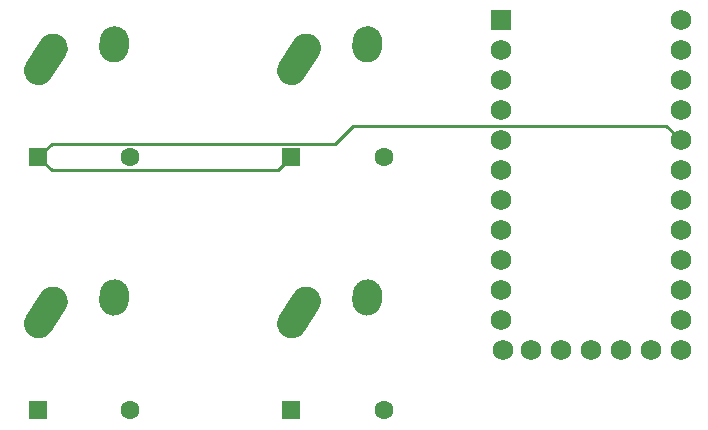
<source format=gbr>
%TF.GenerationSoftware,KiCad,Pcbnew,(5.1.9)-1*%
%TF.CreationDate,2021-02-14T16:54:30-05:00*%
%TF.ProjectId,keeb,6b656562-2e6b-4696-9361-645f70636258,rev?*%
%TF.SameCoordinates,Original*%
%TF.FileFunction,Copper,L2,Bot*%
%TF.FilePolarity,Positive*%
%FSLAX46Y46*%
G04 Gerber Fmt 4.6, Leading zero omitted, Abs format (unit mm)*
G04 Created by KiCad (PCBNEW (5.1.9)-1) date 2021-02-14 16:54:30*
%MOMM*%
%LPD*%
G01*
G04 APERTURE LIST*
%TA.AperFunction,ComponentPad*%
%ADD10C,1.600000*%
%TD*%
%TA.AperFunction,ComponentPad*%
%ADD11R,1.600000X1.600000*%
%TD*%
%TA.AperFunction,ComponentPad*%
%ADD12R,1.752600X1.752600*%
%TD*%
%TA.AperFunction,ComponentPad*%
%ADD13C,1.752600*%
%TD*%
%TA.AperFunction,ViaPad*%
%ADD14C,0.800000*%
%TD*%
%TA.AperFunction,Conductor*%
%ADD15C,0.250000*%
%TD*%
G04 APERTURE END LIST*
D10*
%TO.P,D1,2*%
%TO.N,Net-(D1-Pad2)*%
X106293750Y-135731250D03*
D11*
%TO.P,D1,1*%
%TO.N,Net-(D1-Pad1)*%
X98493750Y-135731250D03*
%TD*%
%TO.P,D2,1*%
%TO.N,Net-(D1-Pad1)*%
X119925000Y-135731250D03*
D10*
%TO.P,D2,2*%
%TO.N,Net-(D2-Pad2)*%
X127725000Y-135731250D03*
%TD*%
%TO.P,D3,2*%
%TO.N,Net-(D3-Pad2)*%
X106293750Y-157162500D03*
D11*
%TO.P,D3,1*%
%TO.N,Net-(D3-Pad1)*%
X98493750Y-157162500D03*
%TD*%
%TO.P,D4,1*%
%TO.N,Net-(D3-Pad1)*%
X119925000Y-157162500D03*
D10*
%TO.P,D4,2*%
%TO.N,Net-(D4-Pad2)*%
X127725000Y-157162500D03*
%TD*%
%TO.P,K1,2*%
%TO.N,Net-(D1-Pad2)*%
%TA.AperFunction,ComponentPad*%
G36*
G01*
X103646921Y-147814309D02*
X103686369Y-147235653D01*
G75*
G02*
X105018493Y-146073567I1247105J-85019D01*
G01*
X105018493Y-146073567D01*
G75*
G02*
X106180579Y-147405691I-85019J-1247105D01*
G01*
X106141131Y-147984347D01*
G75*
G02*
X104809007Y-149146433I-1247105J85019D01*
G01*
X104809007Y-149146433D01*
G75*
G02*
X103646921Y-147814309I85019J1247105D01*
G01*
G37*
%TD.AperFunction*%
%TO.P,K1,1*%
%TO.N,Net-(K1-Pad1)*%
%TA.AperFunction,ComponentPad*%
G36*
G01*
X97480049Y-149157190D02*
X98688973Y-147259560D01*
G75*
G02*
X100414837Y-146876946I1054239J-671625D01*
G01*
X100414837Y-146876946D01*
G75*
G02*
X100797451Y-148602810I-671625J-1054239D01*
G01*
X99588527Y-150500440D01*
G75*
G02*
X97862663Y-150883054I-1054239J671625D01*
G01*
X97862663Y-150883054D01*
G75*
G02*
X97480049Y-149157190I671625J1054239D01*
G01*
G37*
%TD.AperFunction*%
%TD*%
%TO.P,K2,1*%
%TO.N,Net-(K2-Pad1)*%
%TA.AperFunction,ComponentPad*%
G36*
G01*
X118911299Y-149157190D02*
X120120223Y-147259560D01*
G75*
G02*
X121846087Y-146876946I1054239J-671625D01*
G01*
X121846087Y-146876946D01*
G75*
G02*
X122228701Y-148602810I-671625J-1054239D01*
G01*
X121019777Y-150500440D01*
G75*
G02*
X119293913Y-150883054I-1054239J671625D01*
G01*
X119293913Y-150883054D01*
G75*
G02*
X118911299Y-149157190I671625J1054239D01*
G01*
G37*
%TD.AperFunction*%
%TO.P,K2,2*%
%TO.N,Net-(D2-Pad2)*%
%TA.AperFunction,ComponentPad*%
G36*
G01*
X125078171Y-147814309D02*
X125117619Y-147235653D01*
G75*
G02*
X126449743Y-146073567I1247105J-85019D01*
G01*
X126449743Y-146073567D01*
G75*
G02*
X127611829Y-147405691I-85019J-1247105D01*
G01*
X127572381Y-147984347D01*
G75*
G02*
X126240257Y-149146433I-1247105J85019D01*
G01*
X126240257Y-149146433D01*
G75*
G02*
X125078171Y-147814309I85019J1247105D01*
G01*
G37*
%TD.AperFunction*%
%TD*%
%TO.P,K3,2*%
%TO.N,Net-(D3-Pad2)*%
%TA.AperFunction,ComponentPad*%
G36*
G01*
X103646921Y-126383059D02*
X103686369Y-125804403D01*
G75*
G02*
X105018493Y-124642317I1247105J-85019D01*
G01*
X105018493Y-124642317D01*
G75*
G02*
X106180579Y-125974441I-85019J-1247105D01*
G01*
X106141131Y-126553097D01*
G75*
G02*
X104809007Y-127715183I-1247105J85019D01*
G01*
X104809007Y-127715183D01*
G75*
G02*
X103646921Y-126383059I85019J1247105D01*
G01*
G37*
%TD.AperFunction*%
%TO.P,K3,1*%
%TO.N,Net-(K1-Pad1)*%
%TA.AperFunction,ComponentPad*%
G36*
G01*
X97480049Y-127725940D02*
X98688973Y-125828310D01*
G75*
G02*
X100414837Y-125445696I1054239J-671625D01*
G01*
X100414837Y-125445696D01*
G75*
G02*
X100797451Y-127171560I-671625J-1054239D01*
G01*
X99588527Y-129069190D01*
G75*
G02*
X97862663Y-129451804I-1054239J671625D01*
G01*
X97862663Y-129451804D01*
G75*
G02*
X97480049Y-127725940I671625J1054239D01*
G01*
G37*
%TD.AperFunction*%
%TD*%
%TO.P,K4,1*%
%TO.N,Net-(K2-Pad1)*%
%TA.AperFunction,ComponentPad*%
G36*
G01*
X118911299Y-127725940D02*
X120120223Y-125828310D01*
G75*
G02*
X121846087Y-125445696I1054239J-671625D01*
G01*
X121846087Y-125445696D01*
G75*
G02*
X122228701Y-127171560I-671625J-1054239D01*
G01*
X121019777Y-129069190D01*
G75*
G02*
X119293913Y-129451804I-1054239J671625D01*
G01*
X119293913Y-129451804D01*
G75*
G02*
X118911299Y-127725940I671625J1054239D01*
G01*
G37*
%TD.AperFunction*%
%TO.P,K4,2*%
%TO.N,Net-(D4-Pad2)*%
%TA.AperFunction,ComponentPad*%
G36*
G01*
X125078171Y-126383059D02*
X125117619Y-125804403D01*
G75*
G02*
X126449743Y-124642317I1247105J-85019D01*
G01*
X126449743Y-124642317D01*
G75*
G02*
X127611829Y-125974441I-85019J-1247105D01*
G01*
X127572381Y-126553097D01*
G75*
G02*
X126240257Y-127715183I-1247105J85019D01*
G01*
X126240257Y-127715183D01*
G75*
G02*
X125078171Y-126383059I85019J1247105D01*
G01*
G37*
%TD.AperFunction*%
%TD*%
D12*
%TO.P,U1,1*%
%TO.N,Net-(U1-Pad1)*%
X137636250Y-124142500D03*
D13*
%TO.P,U1,2*%
%TO.N,Net-(U1-Pad2)*%
X137636250Y-126682500D03*
%TO.P,U1,3*%
%TO.N,GND*%
X137636250Y-129222500D03*
%TO.P,U1,4*%
%TO.N,Net-(U1-Pad4)*%
X137636250Y-131762500D03*
%TO.P,U1,5*%
%TO.N,Net-(U1-Pad5)*%
X137636250Y-134302500D03*
%TO.P,U1,6*%
%TO.N,Net-(U1-Pad6)*%
X137636250Y-136842500D03*
%TO.P,U1,7*%
%TO.N,Net-(U1-Pad7)*%
X137636250Y-139382500D03*
%TO.P,U1,8*%
%TO.N,Net-(U1-Pad8)*%
X137636250Y-141922500D03*
%TO.P,U1,9*%
%TO.N,Net-(U1-Pad9)*%
X137636250Y-144462500D03*
%TO.P,U1,10*%
%TO.N,Net-(U1-Pad10)*%
X137636250Y-147002500D03*
%TO.P,U1,11*%
%TO.N,Net-(U1-Pad11)*%
X137636250Y-149542500D03*
%TO.P,U1,13*%
%TO.N,Net-(U1-Pad13)*%
X152876250Y-152082500D03*
%TO.P,U1,14*%
%TO.N,Net-(U1-Pad14)*%
X152876250Y-149542500D03*
%TO.P,U1,15*%
%TO.N,Net-(U1-Pad15)*%
X152876250Y-147002500D03*
%TO.P,U1,16*%
%TO.N,Net-(U1-Pad16)*%
X152876250Y-144462500D03*
%TO.P,U1,17*%
%TO.N,Net-(K2-Pad1)*%
X152876250Y-141922500D03*
%TO.P,U1,18*%
%TO.N,Net-(K1-Pad1)*%
X152876250Y-139382500D03*
%TO.P,U1,19*%
%TO.N,Net-(D3-Pad1)*%
X152876250Y-136842500D03*
%TO.P,U1,20*%
%TO.N,Net-(D1-Pad1)*%
X152876250Y-134302500D03*
%TO.P,U1,21*%
%TO.N,Net-(U1-Pad21)*%
X152876250Y-131762500D03*
%TO.P,U1,22*%
%TO.N,Net-(U1-Pad22)*%
X152876250Y-129222500D03*
%TO.P,U1,23*%
%TO.N,Net-(U1-Pad23)*%
X152876250Y-126682500D03*
%TO.P,U1,12*%
%TO.N,Net-(U1-Pad12)*%
X137864850Y-152082500D03*
%TO.P,U1,24*%
%TO.N,Net-(U1-Pad24)*%
X152876250Y-124142500D03*
%TO.P,U1,29*%
%TO.N,Net-(U1-Pad29)*%
X150336250Y-152082500D03*
%TO.P,U1,28*%
%TO.N,Net-(U1-Pad28)*%
X147796250Y-152082500D03*
%TO.P,U1,27*%
%TO.N,Net-(U1-Pad27)*%
X145256250Y-152082500D03*
%TO.P,U1,26*%
%TO.N,Net-(U1-Pad26)*%
X142716250Y-152082500D03*
%TO.P,U1,25*%
%TO.N,Net-(U1-Pad25)*%
X140176250Y-152082500D03*
%TD*%
D14*
%TO.N,Net-(D1-Pad2)*%
X104913750Y-147610000D03*
%TD*%
D15*
%TO.N,Net-(D1-Pad2)*%
X104802500Y-147610000D02*
X104913750Y-147610000D01*
%TO.N,Net-(D1-Pad1)*%
X99618751Y-134606249D02*
X98493750Y-135731250D01*
X123619475Y-134606249D02*
X99618751Y-134606249D01*
X125124525Y-133101199D02*
X123619475Y-134606249D01*
X151674949Y-133101199D02*
X125124525Y-133101199D01*
X152876250Y-134302500D02*
X151674949Y-133101199D01*
X118799999Y-136856251D02*
X119925000Y-135731250D01*
X99618751Y-136856251D02*
X118799999Y-136856251D01*
X98493750Y-135731250D02*
X99618751Y-136856251D01*
%TD*%
M02*

</source>
